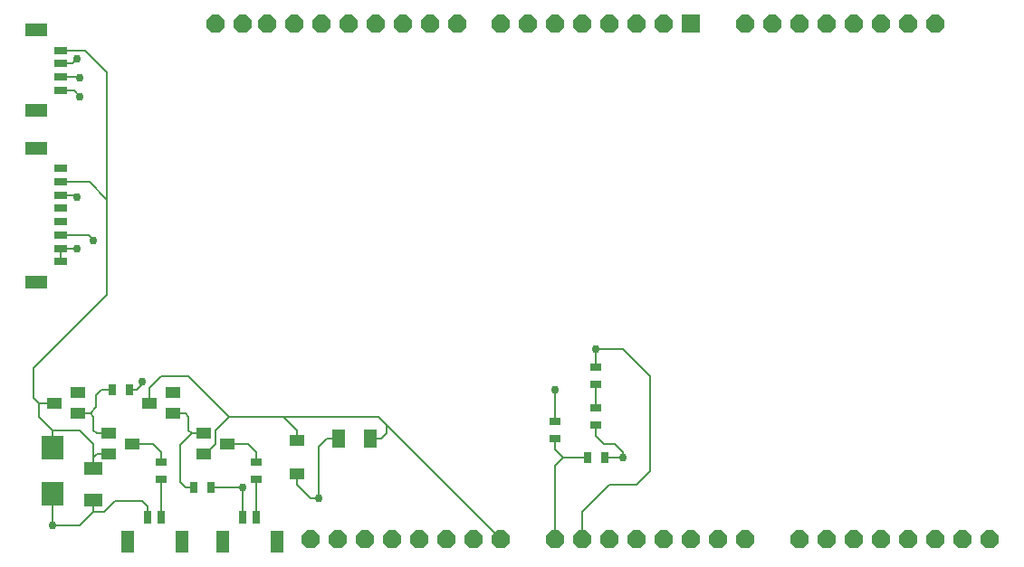
<source format=gbr>
G04 EAGLE Gerber RS-274X export*
G75*
%MOMM*%
%FSLAX34Y34*%
%LPD*%
%INTop Copper*%
%IPPOS*%
%AMOC8*
5,1,8,0,0,1.08239X$1,22.5*%
G01*
G04 Define Apertures*
%ADD10P,1.81452X8X22.5*%
%ADD11R,1.676400X1.676400*%
%ADD12R,2.123900X2.284100*%
%ADD13R,1.361200X1.114600*%
%ADD14R,1.400000X1.000000*%
%ADD15R,0.798700X0.973900*%
%ADD16R,0.973900X0.798700*%
%ADD17R,0.800000X1.200000*%
%ADD18R,1.300000X2.150000*%
%ADD19R,1.200000X0.800000*%
%ADD20R,2.150000X1.300000*%
%ADD21R,1.815300X1.164600*%
%ADD22R,1.164600X1.815300*%
%ADD23C,0.756400*%
%ADD24C,0.152400*%
D10*
X533400Y508000D03*
X508000Y25400D03*
X558800Y508000D03*
X584200Y508000D03*
X609600Y508000D03*
D11*
X635000Y508000D03*
D10*
X508000Y508000D03*
X482600Y508000D03*
X457200Y508000D03*
X416560Y508000D03*
X391160Y508000D03*
X365760Y508000D03*
X340360Y508000D03*
X314960Y508000D03*
X289560Y508000D03*
X264160Y508000D03*
X238760Y508000D03*
X533400Y25400D03*
X558800Y25400D03*
X584200Y25400D03*
X609600Y25400D03*
X635000Y25400D03*
X457200Y25400D03*
X431800Y25400D03*
X406400Y25400D03*
X381000Y25400D03*
X355600Y25400D03*
X330200Y25400D03*
X685800Y508000D03*
X711200Y508000D03*
X736600Y508000D03*
X762000Y508000D03*
X787400Y508000D03*
X812800Y508000D03*
X838200Y508000D03*
X863600Y508000D03*
X660400Y25400D03*
X685800Y25400D03*
X736600Y25400D03*
X762000Y25400D03*
X787400Y25400D03*
X812800Y25400D03*
X838200Y25400D03*
X863600Y25400D03*
X889000Y25400D03*
X914400Y25400D03*
X215900Y508000D03*
X190500Y508000D03*
X304800Y25400D03*
X279400Y25400D03*
D12*
X38100Y110541D03*
X38100Y67259D03*
D13*
X266700Y117604D03*
X266700Y85596D03*
D14*
X39800Y152400D03*
X61800Y161900D03*
X61800Y142900D03*
X128700Y152400D03*
X150700Y161900D03*
X150700Y142900D03*
D15*
X185952Y73660D03*
X169648Y73660D03*
X109752Y165100D03*
X93448Y165100D03*
D16*
X139700Y80748D03*
X139700Y97052D03*
X228600Y80748D03*
X228600Y97052D03*
D17*
X215900Y45130D03*
X228400Y45130D03*
D18*
X196900Y22180D03*
X247400Y22180D03*
D17*
X127000Y45130D03*
X139500Y45130D03*
D18*
X108000Y22180D03*
X158500Y22180D03*
D19*
X45130Y372170D03*
X45130Y359670D03*
X45130Y347170D03*
X45130Y334670D03*
X45130Y322170D03*
X45130Y309670D03*
X45130Y297170D03*
X45130Y284670D03*
D20*
X22180Y391170D03*
X22180Y265670D03*
D16*
X508000Y118848D03*
X508000Y135152D03*
D15*
X554252Y101600D03*
X537948Y101600D03*
D19*
X45130Y482600D03*
X45130Y470100D03*
X45130Y457600D03*
X45130Y445100D03*
D20*
X22180Y501600D03*
X22180Y426100D03*
D16*
X546100Y169648D03*
X546100Y185952D03*
X546100Y131548D03*
X546100Y147852D03*
D21*
X76200Y90954D03*
X76200Y61446D03*
D22*
X334794Y119380D03*
X305286Y119380D03*
D14*
X112600Y114300D03*
X90600Y104800D03*
X90600Y123800D03*
X201500Y114300D03*
X179500Y104800D03*
X179500Y123800D03*
D23*
X215900Y73660D03*
D24*
X38100Y67259D02*
X38100Y38100D01*
D23*
X38100Y38100D03*
D24*
X185952Y73660D02*
X215900Y73660D01*
X116840Y165100D02*
X109752Y165100D01*
X116840Y165100D02*
X121920Y170180D01*
X121920Y172720D01*
D23*
X121920Y172720D03*
X287020Y63500D03*
D24*
X266700Y76200D02*
X266700Y85596D01*
X266700Y76200D02*
X279400Y63500D01*
X287020Y63500D01*
X76200Y50800D02*
X63500Y38100D01*
X38100Y38100D01*
X215900Y45130D02*
X215900Y73660D01*
X127000Y55880D02*
X127000Y45130D01*
X127000Y55880D02*
X121920Y60960D01*
X96520Y60960D01*
X86360Y50800D01*
X76200Y50800D01*
X56080Y470100D02*
X45130Y470100D01*
X56080Y470100D02*
X60960Y474980D01*
D23*
X60960Y474980D03*
D24*
X57830Y445100D02*
X63500Y439430D01*
X57830Y445100D02*
X45130Y445100D01*
X63500Y439430D02*
X63500Y439420D01*
D23*
X63500Y439420D03*
D24*
X59230Y347170D02*
X45130Y347170D01*
X59230Y347170D02*
X60960Y345440D01*
D23*
X60960Y345440D03*
D24*
X45130Y297170D02*
X45130Y284670D01*
X45130Y297170D02*
X60950Y297170D01*
X60960Y297180D01*
D23*
X60960Y297180D03*
D24*
X554252Y101600D02*
X571500Y101600D01*
D23*
X571500Y101600D03*
D24*
X546100Y121920D02*
X546100Y131548D01*
X546100Y121920D02*
X553720Y114300D01*
X563880Y114300D01*
X571500Y106680D01*
X571500Y101600D01*
X305286Y119380D02*
X294640Y119380D01*
X287020Y111760D01*
X287020Y63500D01*
X76200Y61446D02*
X76200Y50800D01*
X88900Y342900D02*
X88900Y462280D01*
X88900Y342900D02*
X88900Y254000D01*
X20320Y185420D01*
X20320Y157480D01*
X25400Y152400D01*
X39800Y152400D01*
X45130Y482600D02*
X68580Y482600D01*
X88900Y462280D01*
X72130Y359670D02*
X45130Y359670D01*
X72130Y359670D02*
X88900Y342900D01*
X76200Y101600D02*
X76200Y90954D01*
X76200Y101600D02*
X79400Y104800D01*
X90600Y104800D01*
X38100Y110541D02*
X38100Y127000D01*
X25400Y139700D01*
X25400Y152400D01*
X76200Y114300D02*
X76200Y101600D01*
X76200Y114300D02*
X63500Y127000D01*
X38100Y127000D01*
X228400Y80548D02*
X228600Y80748D01*
X228400Y80548D02*
X228400Y45130D01*
X139500Y45130D02*
X139500Y80548D01*
X139700Y80748D01*
X179500Y104800D02*
X181000Y104800D01*
X190500Y114300D01*
X190500Y127000D01*
X203200Y139700D01*
X350520Y132080D02*
X457200Y25400D01*
X350520Y132080D02*
X342900Y139700D01*
X254000Y139700D01*
X203200Y139700D01*
X128700Y152400D02*
X128700Y166800D01*
X139700Y177800D01*
X165100Y177800D01*
X203200Y139700D01*
X266700Y127000D02*
X266700Y117604D01*
X266700Y127000D02*
X254000Y139700D01*
X334794Y119380D02*
X345440Y119380D01*
X350520Y124460D01*
X350520Y132080D01*
X73000Y142900D02*
X61800Y142900D01*
X73000Y142900D02*
X76200Y139700D01*
X76200Y127000D01*
X79400Y123800D01*
X90600Y123800D01*
X93448Y165100D02*
X83820Y165100D01*
X78740Y160020D01*
X78740Y148640D01*
X73000Y142900D01*
X150700Y142900D02*
X161900Y142900D01*
X165100Y139700D01*
X165100Y127000D01*
X168300Y123800D01*
X179500Y123800D01*
X169648Y73660D02*
X162560Y73660D01*
X157480Y78740D01*
X157480Y112980D01*
X168300Y123800D01*
X228600Y106680D02*
X228600Y97052D01*
X228600Y106680D02*
X220980Y114300D01*
X201500Y114300D01*
X139700Y106680D02*
X139700Y97052D01*
X139700Y106680D02*
X132080Y114300D01*
X112600Y114300D01*
X71330Y309670D02*
X45130Y309670D01*
X71330Y309670D02*
X76200Y304800D01*
D23*
X76200Y304800D03*
X508000Y165100D03*
D24*
X508000Y135152D01*
X508000Y118848D02*
X508000Y109220D01*
X515620Y101600D01*
X537948Y101600D01*
X515620Y101600D02*
X508000Y93980D01*
X508000Y25400D01*
X63100Y457600D02*
X45130Y457600D01*
X63100Y457600D02*
X63500Y457200D01*
D23*
X63500Y457200D03*
D24*
X546100Y203200D02*
X546100Y185952D01*
D23*
X546100Y203200D03*
D24*
X533400Y50800D02*
X533400Y25400D01*
X533400Y50800D02*
X558800Y76200D01*
X584200Y76200D01*
X596900Y88900D01*
X596900Y177800D01*
X571500Y203200D01*
X546100Y203200D01*
X546100Y169648D02*
X546100Y147852D01*
M02*

</source>
